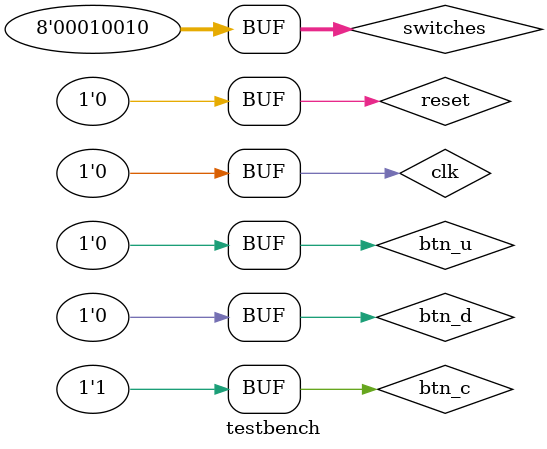
<source format=v>
`timescale 1ns / 1ps
module testbench();
reg clk;
reg reset;
reg [7:0]switches;//²¦¼ü
reg btn_c, btn_u, btn_d;
wire [15:0]leds;
    
    top t1 (clk,reset,switches,btn_c, btn_u, btn_d,leds);
    always
         begin
             clk <= 1; # 5; clk <= 0; # 5;
         end
    initial
        begin
            switches <= 8'b00010010;
            btn_c <= 1;
            btn_u <= 0;
            btn_d <= 0;
            reset <= 1; # 22; reset <= 0;                        
            $display("Running testbench"); 
        end
endmodule

</source>
